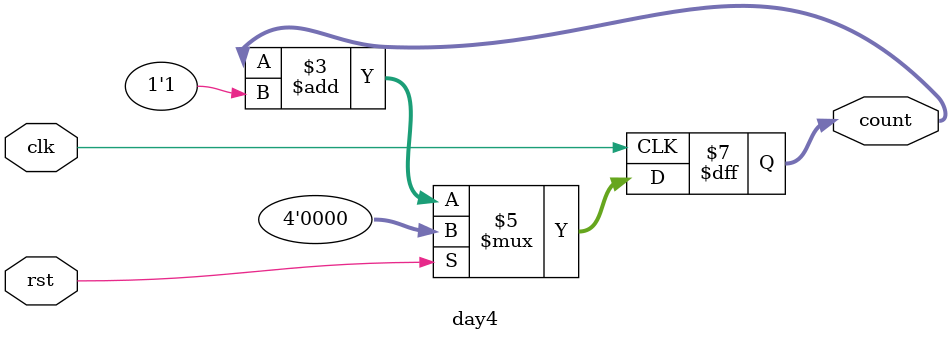
<source format=sv>
module day4(count,clk,rst);
output logic [3:0] count;
input wire clk,rst;

always @(posedge clk)
begin
    if(rst==1'b1)
        count <= 4'b0000;
    else
        count <= count + 1'b1;
end

endmodule
</source>
